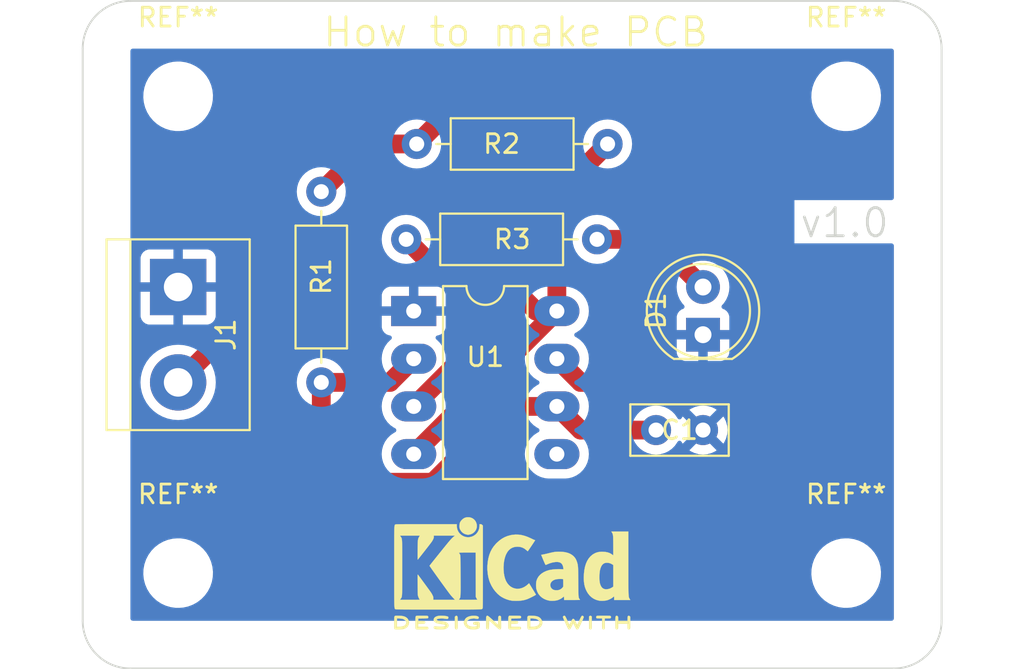
<source format=kicad_pcb>
(kicad_pcb (version 20221018) (generator pcbnew)
  (layers (0 "F.Cu" signal) (31 "B.Cu" signal) (34 "B.Paste" user) (35 "F.Paste" user) (36 "B.SilkS" user "B.Silkscreen") (37 "F.SilkS" user "F.Silkscreen") (38 "B.Mask" user) (39 "F.Mask" user) (44 "Edge.Cuts" user))
  (net 0 "")
  (net 1 "GND")
  (net 2 "+9V")
  (net 3 "Net-(U1-THR)")
  (net 4 "1")
  (net 5 "Net-(U1-Q)")
  (net 6 "Net-(D1-A)")
  (footprint "MountingHole:MountingHole_3.2mm_M3" (layer "F.Cu") (at 86.36 68.58)
    (fp_text reference "REF**" (at 0 -4.2) (layer "F.SilkS"))
    (fp_text value "MountingHole_3.2mm_M3")
    (pad "" np_thru_hole circle (at 0 0) (size 3.2 3.2) (drill 3.2) (layers "*.Cu" "*.Mask"))
  )
  (footprint "Resistor_THT:R_Axial_DIN0207_L6.3mm_D2.5mm_P10.16mm_Horizontal" (layer "F.Cu") (at 109.22 71.12 180)
    (fp_text reference "R2" (at 5.64 0) (layer "F.SilkS"))
    (fp_text value "1k")
    (pad "1" thru_hole circle (at 0 0 180) (size 1.6 1.6) (drill 0.8) (layers "*.Cu" "*.Mask") (net 2 "+9V"))
    (pad "2" thru_hole oval (at 10.16 0 180) (size 1.6 1.6) (drill 0.8) (layers "*.Cu" "*.Mask") (net 4 "1"))
  )
  (footprint "Capacitor_THT:C_Disc_D5.0mm_W2.5mm_P2.50mm" (layer "F.Cu") (at 111.8 86.36)
    (fp_text reference "C1" (at 1.25 0) (layer "F.SilkS"))
    (fp_text value "1uF")
    (pad "1" thru_hole circle (at 0 0) (size 1.6 1.6) (drill 0.8) (layers "*.Cu" "*.Mask") (net 3 "Net-(U1-THR)"))
    (pad "2" thru_hole circle (at 2.5 0) (size 1.6 1.6) (drill 0.8) (layers "*.Cu" "*.Mask") (net 1 "GND"))
  )
  (footprint "Symbol:KiCad-Logo2_5mm_SilkScreen" (layer "F.Cu") (at 104.14 93.98)
    (fp_text reference "REF**" hide)
    (fp_text value "KiCad-Logo2_5mm_SilkScreen" hide)
  )
  (footprint "MountingHole:MountingHole_3.2mm_M3" (layer "F.Cu") (at 121.92 68.58)
    (fp_text reference "REF**" (at 0 -4.2) (layer "F.SilkS"))
    (fp_text value "MountingHole_3.2mm_M3")
    (pad "" np_thru_hole circle (at 0 0) (size 3.2 3.2) (drill 3.2) (layers "F&B.Cu" "*.Mask"))
  )
  (footprint "TerminalBlock:TerminalBlock_bornier-2_P5.08mm" (layer "F.Cu") (at 86.36 78.74 -90)
    (fp_text reference "J1" (at 2.54 -2.54 90) (layer "F.SilkS"))
    (fp_text value "Screw_Terminal_01x02")
    (pad "1" thru_hole rect (at 0 0 270) (size 3 3) (drill 1.52) (layers "*.Cu" "*.Mask") (net 1 "GND"))
    (pad "2" thru_hole circle (at 5.08 0 270) (size 3 3) (drill 1.52) (layers "*.Cu" "*.Mask") (net 2 "+9V"))
  )
  (footprint "LED_THT:LED_D5.0mm" (layer "F.Cu") (at 114.3 81.28 90)
    (fp_text reference "D1" (at 1.27 -2.5 90) (layer "F.SilkS"))
    (fp_text value "LED")
    (pad "1" thru_hole rect (at 0 0 90) (size 1.8 1.8) (drill 0.9) (layers "*.Cu" "*.Mask") (net 1 "GND"))
    (pad "2" thru_hole circle (at 2.54 0 90) (size 1.8 1.8) (drill 0.9) (layers "*.Cu" "*.Mask") (net 6 "Net-(D1-A)"))
  )
  (footprint "Resistor_THT:R_Axial_DIN0207_L6.3mm_D2.5mm_P10.16mm_Horizontal" (layer "F.Cu") (at 93.98 83.82 90)
    (fp_text reference "R1" (at 5.64 0 90) (layer "F.SilkS"))
    (fp_text value "470k")
    (pad "1" thru_hole circle (at 0 0 90) (size 1.6 1.6) (drill 0.8) (layers "*.Cu" "*.Mask") (net 3 "Net-(U1-THR)"))
    (pad "2" thru_hole oval (at 10.16 0 90) (size 1.6 1.6) (drill 0.8) (layers "*.Cu" "*.Mask") (net 4 "1"))
  )
  (footprint "MountingHole:MountingHole_3.2mm_M3" (layer "F.Cu") (at 86.36 93.98)
    (fp_text reference "REF**" (at 0 -4.2) (layer "F.SilkS"))
    (fp_text value "MountingHole_3.2mm_M3")
    (pad "" np_thru_hole circle (at 0 0) (size 3.2 3.2) (drill 3.2) (layers "F&B.Cu" "*.Mask"))
  )
  (footprint "Resistor_THT:R_Axial_DIN0207_L6.3mm_D2.5mm_P10.16mm_Horizontal" (layer "F.Cu") (at 98.5 76.2)
    (fp_text reference "R3" (at 5.64 0) (layer "F.SilkS"))
    (fp_text value "1k")
    (pad "1" thru_hole circle (at 0 0) (size 1.6 1.6) (drill 0.8) (layers "*.Cu" "*.Mask") (net 5 "Net-(U1-Q)"))
    (pad "2" thru_hole oval (at 10.16 0) (size 1.6 1.6) (drill 0.8) (layers "*.Cu" "*.Mask") (net 6 "Net-(D1-A)"))
  )
  (footprint "MountingHole:MountingHole_3.2mm_M3" (layer "F.Cu") (at 121.92 93.98)
    (fp_text reference "REF**" (at 0 -4.2) (layer "F.SilkS"))
    (fp_text value "MountingHole_3.2mm_M3")
    (pad "" np_thru_hole circle (at 0 0) (size 3.2 3.2) (drill 3.2) (layers "F&B.Cu" "*.Mask"))
  )
  (footprint "Package_DIP:DIP-8_W7.62mm_LongPads" (layer "F.Cu") (at 98.9 80.02)
    (fp_text reference "U1" (at 3.81 2.45) (layer "F.SilkS"))
    (fp_text value "LM555xN")
    (pad "1" thru_hole rect (at 0 0) (size 2.4 1.6) (drill 0.8) (layers "*.Cu" "*.Mask") (net 1 "GND"))
    (pad "2" thru_hole oval (at 0 2.54) (size 2.4 1.6) (drill 0.8) (layers "*.Cu" "*.Mask") (net 3 "Net-(U1-THR)"))
    (pad "3" thru_hole oval (at 0 5.08) (size 2.4 1.6) (drill 0.8) (layers "*.Cu" "*.Mask") (net 5 "Net-(U1-Q)"))
    (pad "4" thru_hole oval (at 0 7.62) (size 2.4 1.6) (drill 0.8) (layers "*.Cu" "*.Mask") (net 2 "+9V"))
    (pad "5" thru_hole oval (at 7.62 7.62) (size 2.4 1.6) (drill 0.8) (layers "*.Cu" "*.Mask"))
    (pad "6" thru_hole oval (at 7.62 5.08) (size 2.4 1.6) (drill 0.8) (layers "*.Cu" "*.Mask") (net 3 "Net-(U1-THR)"))
    (pad "7" thru_hole oval (at 7.62 2.54) (size 2.4 1.6) (drill 0.8) (layers "*.Cu" "*.Mask") (net 4 "1"))
    (pad "8" thru_hole oval (at 7.62 0) (size 2.4 1.6) (drill 0.8) (layers "*.Cu" "*.Mask") (net 2 "+9V"))
  )
  (gr_arc (start 81.28 66.04) (mid 82.023949 64.243949) (end 83.82 63.5) (stroke (width 0.1)) (layer "Edge.Cuts"))
  (gr_line (start 124.46 63.5) (end 83.82 63.5) (stroke (width 0.1)) (layer "Edge.Cuts"))
  (gr_line (start 127 66.04) (end 127 96.52) (stroke (width 0.1)) (layer "Edge.Cuts"))
  (gr_line (start 81.28 66.04) (end 81.28 96.52) (stroke (width 0.1)) (layer "Edge.Cuts"))
  (gr_line (start 83.82 99.06) (end 124.46 99.06) (stroke (width 0.1)) (layer "Edge.Cuts"))
  (gr_arc (start 127 96.52) (mid 126.256051 98.316051) (end 124.46 99.06) (stroke (width 0.1)) (layer "Edge.Cuts"))
  (gr_arc (start 83.82 99.06) (mid 82.023949 98.316051) (end 81.28 96.52) (stroke (width 0.1)) (layer "Edge.Cuts"))
  (gr_arc (start 124.46 63.5) (mid 126.256051 64.243949) (end 127 66.04) (stroke (width 0.1)) (layer "Edge.Cuts"))
  (gr_text "How to make PCB" (at 93.98 66.04) (layer "F.SilkS") (effects (font (size 1.5 1.5)) (justify left bottom)))
  (gr_text "v1.0" (at 119.38 76.2) (layer "Edge.Cuts") (effects (font (size 1.5 1.5)) (justify left bottom)))
  (segment (start 106.52 80.02) (end 98.9 87.64) (width 1) (layer "F.Cu") (net 2))
  (segment (start 105.42 80.02) (end 106.52 80.02) (width 1) (layer "F.Cu") (net 2))
  (segment (start 86.36 83.82) (end 96.52 73.66) (width 1) (layer "F.Cu") (net 2))
  (segment (start 96.52 73.66) (end 99.06 73.66) (width 1) (layer "F.Cu") (net 2))
  (segment (start 105.4 80.02) (end 106.52 80.02) (width 1) (layer "F.Cu") (net 2))
  (segment (start 106.52 80.02) (end 106.52 73.82) (width 1) (layer "F.Cu") (net 2))
  (segment (start 106.52 73.82) (end 109.22 71.12) (width 1) (layer "F.Cu") (net 2))
  (segment (start 99.06 73.66) (end 105.42 80.02) (width 1) (layer "F.Cu") (net 2))
  (segment (start 96.76 89.14) (end 93.98 86.36) (width 1) (layer "F.Cu") (net 3))
  (segment (start 106.52 85.1) (end 103.96132 85.1) (width 1) (layer "F.Cu") (net 3))
  (segment (start 97.64 83.82) (end 98.9 82.56) (width 1) (layer "F.Cu") (net 3))
  (segment (start 111.8 86.36) (end 107.78 86.36) (width 1) (layer "F.Cu") (net 3))
  (segment (start 93.98 83.82) (end 97.64 83.82) (width 1) (layer "F.Cu") (net 3))
  (segment (start 107.78 86.36) (end 106.52 85.1) (width 1) (layer "F.Cu") (net 3))
  (segment (start 99.92132 89.14) (end 96.76 89.14) (width 1) (layer "F.Cu") (net 3))
  (segment (start 103.96132 85.1) (end 99.92132 89.14) (width 1) (layer "F.Cu") (net 3))
  (segment (start 93.98 86.36) (end 93.98 83.82) (width 1) (layer "F.Cu") (net 3))
  (segment (start 96.52 71.12) (end 99.06 71.12) (width 1) (layer "F.Cu") (net 4))
  (segment (start 93.98 73.66) (end 96.52 71.12) (width 1) (layer "F.Cu") (net 4))
  (segment (start 111.76 68.58) (end 101.6 68.58) (width 1) (layer "F.Cu") (net 4))
  (segment (start 114.96 83.82) (end 116.84 81.94) (width 1) (layer "F.Cu") (net 4))
  (segment (start 116.84 81.94) (end 116.84 73.66) (width 1) (layer "F.Cu") (net 4))
  (segment (start 101.6 68.58) (end 99.06 71.12) (width 1) (layer "F.Cu") (net 4))
  (segment (start 107.78 83.82) (end 114.96 83.82) (width 1) (layer "F.Cu") (net 4))
  (segment (start 116.84 73.66) (end 111.76 68.58) (width 1) (layer "F.Cu") (net 4))
  (segment (start 106.52 82.56) (end 107.78 83.82) (width 1) (layer "F.Cu") (net 4))
  (segment (start 101.6 82.4) (end 98.9 85.1) (width 1) (layer "F.Cu") (net 5))
  (segment (start 101.6 79.3) (end 101.6 82.4) (width 1) (layer "F.Cu") (net 5))
  (segment (start 98.5 76.2) (end 101.6 79.3) (width 1) (layer "F.Cu") (net 5))
  (segment (start 108.66 76.2) (end 111.76 76.2) (width 1) (layer "F.Cu") (net 6))
  (segment (start 111.76 76.2) (end 114.3 78.74) (width 1) (layer "F.Cu") (net 6))
  (zone (net 1) (net_name "GND") (layer "B.Cu") (connect_pads (clearance 0.5)) (min_thickness 0.25) (fill yes (thermal_gap 0.5) (thermal_bridge_width 0.5))
    (polygon (pts (xy 83.82 66.04) (xy 83.82 96.52) (xy 124.46 96.52) (xy 124.46 66.04)))
  )
)
</source>
